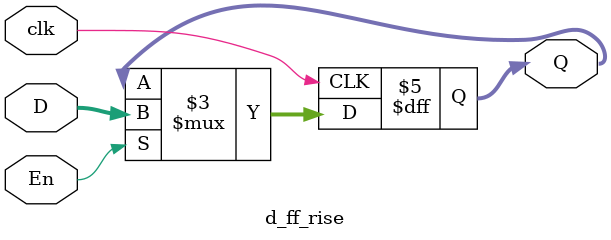
<source format=sv>
module d_ff_rise
#(parameter n = 9)
( 
	input [n-1:0] D,
	input En,
	input clk,
	output [n-1:0] Q
);
	
	always @(posedge clk) begin
		if (En == 1'b1) begin
			Q <= D; 
		end
	end
endmodule
</source>
